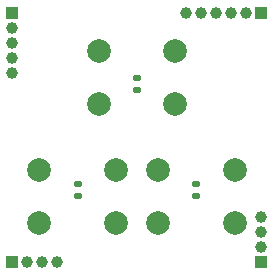
<source format=gbs>
%TF.GenerationSoftware,KiCad,Pcbnew,9.0.5-1.fc42*%
%TF.CreationDate,2025-12-03T03:37:21+01:00*%
%TF.ProjectId,Block-Switch-3,426c6f63-6b2d-4537-9769-7463682d332e,1*%
%TF.SameCoordinates,Original*%
%TF.FileFunction,Soldermask,Bot*%
%TF.FilePolarity,Negative*%
%FSLAX46Y46*%
G04 Gerber Fmt 4.6, Leading zero omitted, Abs format (unit mm)*
G04 Created by KiCad (PCBNEW 9.0.5-1.fc42) date 2025-12-03 03:37:21*
%MOMM*%
%LPD*%
G01*
G04 APERTURE LIST*
G04 Aperture macros list*
%AMRoundRect*
0 Rectangle with rounded corners*
0 $1 Rounding radius*
0 $2 $3 $4 $5 $6 $7 $8 $9 X,Y pos of 4 corners*
0 Add a 4 corners polygon primitive as box body*
4,1,4,$2,$3,$4,$5,$6,$7,$8,$9,$2,$3,0*
0 Add four circle primitives for the rounded corners*
1,1,$1+$1,$2,$3*
1,1,$1+$1,$4,$5*
1,1,$1+$1,$6,$7*
1,1,$1+$1,$8,$9*
0 Add four rect primitives between the rounded corners*
20,1,$1+$1,$2,$3,$4,$5,0*
20,1,$1+$1,$4,$5,$6,$7,0*
20,1,$1+$1,$6,$7,$8,$9,0*
20,1,$1+$1,$8,$9,$2,$3,0*%
G04 Aperture macros list end*
%ADD10C,2.000000*%
%ADD11RoundRect,0.135000X0.185000X-0.135000X0.185000X0.135000X-0.185000X0.135000X-0.185000X-0.135000X0*%
%ADD12R,1.000000X1.000000*%
%ADD13C,1.000000*%
G04 APERTURE END LIST*
D10*
%TO.C,SW1*%
X137298700Y-120931810D03*
X130798700Y-120931810D03*
X137298700Y-116431810D03*
X130798700Y-116431810D03*
%TD*%
%TO.C,SW2*%
X140831300Y-116431810D03*
X147331300Y-116431810D03*
X140831300Y-120931810D03*
X147331300Y-120931810D03*
%TD*%
%TO.C,SW3*%
X135815000Y-106398190D03*
X142315000Y-106398190D03*
X135815000Y-110898190D03*
X142315000Y-110898190D03*
%TD*%
D11*
%TO.C,R3*%
X139065000Y-109668190D03*
X139065000Y-108648190D03*
%TD*%
D12*
%TO.C,J4*%
X128525000Y-124205000D03*
D13*
X129795000Y-124205000D03*
X131065000Y-124205000D03*
X132335000Y-124205000D03*
%TD*%
D11*
%TO.C,R2*%
X144081300Y-118681810D03*
X144081300Y-117661810D03*
%TD*%
%TO.C,R1*%
X134048700Y-118681810D03*
X134048700Y-117661810D03*
%TD*%
D12*
%TO.C,J2*%
X149605000Y-124205000D03*
D13*
X149605000Y-122935000D03*
X149605000Y-121665000D03*
X149605000Y-120395000D03*
%TD*%
D12*
%TO.C,J1*%
X128525000Y-103125000D03*
D13*
X128525000Y-104395000D03*
X128525000Y-105665000D03*
X128525000Y-106935000D03*
X128525000Y-108205000D03*
%TD*%
D12*
%TO.C,J3*%
X149605000Y-103125000D03*
D13*
X148335000Y-103125000D03*
X147065000Y-103125000D03*
X145795000Y-103125000D03*
X144525000Y-103125000D03*
X143255000Y-103125000D03*
%TD*%
M02*

</source>
